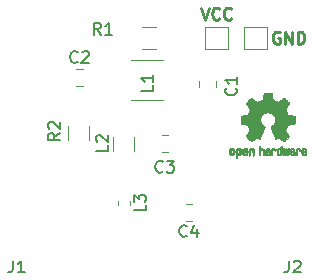
<source format=gbr>
G04 #@! TF.GenerationSoftware,KiCad,Pcbnew,5.0.1*
G04 #@! TF.CreationDate,2018-12-22T16:12:05+01:00*
G04 #@! TF.ProjectId,BiasT,42696173542E6B696361645F70636200,rev?*
G04 #@! TF.SameCoordinates,Original*
G04 #@! TF.FileFunction,Legend,Top*
G04 #@! TF.FilePolarity,Positive*
%FSLAX46Y46*%
G04 Gerber Fmt 4.6, Leading zero omitted, Abs format (unit mm)*
G04 Created by KiCad (PCBNEW 5.0.1) date Sat 22 Dec 2018 04:12:05 PM CET*
%MOMM*%
%LPD*%
G01*
G04 APERTURE LIST*
%ADD10C,0.250000*%
%ADD11C,0.120000*%
%ADD12C,0.010000*%
%ADD13C,0.150000*%
G04 APERTURE END LIST*
D10*
X155448095Y-71890000D02*
X155352857Y-71842380D01*
X155210000Y-71842380D01*
X155067142Y-71890000D01*
X154971904Y-71985238D01*
X154924285Y-72080476D01*
X154876666Y-72270952D01*
X154876666Y-72413809D01*
X154924285Y-72604285D01*
X154971904Y-72699523D01*
X155067142Y-72794761D01*
X155210000Y-72842380D01*
X155305238Y-72842380D01*
X155448095Y-72794761D01*
X155495714Y-72747142D01*
X155495714Y-72413809D01*
X155305238Y-72413809D01*
X155924285Y-72842380D02*
X155924285Y-71842380D01*
X156495714Y-72842380D01*
X156495714Y-71842380D01*
X156971904Y-72842380D02*
X156971904Y-71842380D01*
X157210000Y-71842380D01*
X157352857Y-71890000D01*
X157448095Y-71985238D01*
X157495714Y-72080476D01*
X157543333Y-72270952D01*
X157543333Y-72413809D01*
X157495714Y-72604285D01*
X157448095Y-72699523D01*
X157352857Y-72794761D01*
X157210000Y-72842380D01*
X156971904Y-72842380D01*
X148780666Y-69810380D02*
X149114000Y-70810380D01*
X149447333Y-69810380D01*
X150352095Y-70715142D02*
X150304476Y-70762761D01*
X150161619Y-70810380D01*
X150066380Y-70810380D01*
X149923523Y-70762761D01*
X149828285Y-70667523D01*
X149780666Y-70572285D01*
X149733047Y-70381809D01*
X149733047Y-70238952D01*
X149780666Y-70048476D01*
X149828285Y-69953238D01*
X149923523Y-69858000D01*
X150066380Y-69810380D01*
X150161619Y-69810380D01*
X150304476Y-69858000D01*
X150352095Y-69905619D01*
X151352095Y-70715142D02*
X151304476Y-70762761D01*
X151161619Y-70810380D01*
X151066380Y-70810380D01*
X150923523Y-70762761D01*
X150828285Y-70667523D01*
X150780666Y-70572285D01*
X150733047Y-70381809D01*
X150733047Y-70238952D01*
X150780666Y-70048476D01*
X150828285Y-69953238D01*
X150923523Y-69858000D01*
X151066380Y-69810380D01*
X151161619Y-69810380D01*
X151304476Y-69858000D01*
X151352095Y-69905619D01*
D11*
G04 #@! TO.C,C1*
X150062000Y-76537078D02*
X150062000Y-76019922D01*
X148642000Y-76537078D02*
X148642000Y-76019922D01*
G04 #@! TO.C,C2*
X138249922Y-74982000D02*
X138767078Y-74982000D01*
X138249922Y-76402000D02*
X138767078Y-76402000D01*
G04 #@! TO.C,C3*
X145976078Y-80570000D02*
X145458922Y-80570000D01*
X145976078Y-81990000D02*
X145458922Y-81990000D01*
G04 #@! TO.C,C4*
X148008078Y-87832000D02*
X147490922Y-87832000D01*
X148008078Y-86412000D02*
X147490922Y-86412000D01*
G04 #@! TO.C,L2*
X143150000Y-80714436D02*
X143150000Y-81918564D01*
X141330000Y-80714436D02*
X141330000Y-81918564D01*
G04 #@! TO.C,R1*
X144998064Y-71480000D02*
X143793936Y-71480000D01*
X144998064Y-73300000D02*
X143793936Y-73300000D01*
G04 #@! TO.C,R2*
X139340000Y-79785936D02*
X139340000Y-80990064D01*
X137520000Y-79785936D02*
X137520000Y-80990064D01*
G04 #@! TO.C,TP1*
X149164000Y-73340000D02*
X149164000Y-71440000D01*
X151064000Y-73340000D02*
X149164000Y-73340000D01*
X151064000Y-71440000D02*
X151064000Y-73340000D01*
X149164000Y-71440000D02*
X151064000Y-71440000D01*
G04 #@! TO.C,TP2*
X152466000Y-71440000D02*
X154366000Y-71440000D01*
X154366000Y-71440000D02*
X154366000Y-73340000D01*
X154366000Y-73340000D02*
X152466000Y-73340000D01*
X152466000Y-73340000D02*
X152466000Y-71440000D01*
G04 #@! TO.C,L1*
X145597252Y-77656000D02*
X142824748Y-77656000D01*
X145597252Y-74236000D02*
X142824748Y-74236000D01*
G04 #@! TO.C,L3*
X142750000Y-86171721D02*
X142750000Y-86497279D01*
X141730000Y-86171721D02*
X141730000Y-86497279D01*
D12*
G04 #@! TO.C,REF\002A\002A*
G36*
X154535910Y-76998348D02*
X154614454Y-76998778D01*
X154671298Y-76999942D01*
X154710105Y-77002207D01*
X154734538Y-77005940D01*
X154748262Y-77011506D01*
X154754940Y-77019273D01*
X154758236Y-77029605D01*
X154758556Y-77030943D01*
X154763562Y-77055079D01*
X154772829Y-77102701D01*
X154785392Y-77168741D01*
X154800287Y-77248128D01*
X154816551Y-77335796D01*
X154817119Y-77338875D01*
X154833410Y-77424789D01*
X154848652Y-77500696D01*
X154861861Y-77562045D01*
X154872054Y-77604282D01*
X154878248Y-77622855D01*
X154878543Y-77623184D01*
X154896788Y-77632253D01*
X154934405Y-77647367D01*
X154983271Y-77665262D01*
X154983543Y-77665358D01*
X155045093Y-77688493D01*
X155117657Y-77717965D01*
X155186057Y-77747597D01*
X155189294Y-77749062D01*
X155300702Y-77799626D01*
X155547399Y-77631160D01*
X155623077Y-77579803D01*
X155691631Y-77533889D01*
X155749088Y-77496030D01*
X155791476Y-77468837D01*
X155814825Y-77454921D01*
X155817042Y-77453889D01*
X155834010Y-77458484D01*
X155865701Y-77480655D01*
X155913352Y-77521447D01*
X155978198Y-77581905D01*
X156044397Y-77646227D01*
X156108214Y-77709612D01*
X156165329Y-77767451D01*
X156212305Y-77816175D01*
X156245703Y-77852210D01*
X156262085Y-77871984D01*
X156262694Y-77873002D01*
X156264505Y-77886572D01*
X156257683Y-77908733D01*
X156240540Y-77942478D01*
X156211393Y-77990800D01*
X156168555Y-78056692D01*
X156111448Y-78141517D01*
X156060766Y-78216177D01*
X156015461Y-78283140D01*
X155978150Y-78338516D01*
X155951452Y-78378420D01*
X155937985Y-78398962D01*
X155937137Y-78400356D01*
X155938781Y-78420038D01*
X155951245Y-78458293D01*
X155972048Y-78507889D01*
X155979462Y-78523728D01*
X156011814Y-78594290D01*
X156046328Y-78674353D01*
X156074365Y-78743629D01*
X156094568Y-78795045D01*
X156110615Y-78834119D01*
X156119888Y-78854541D01*
X156121041Y-78856114D01*
X156138096Y-78858721D01*
X156178298Y-78865863D01*
X156236302Y-78876523D01*
X156306763Y-78889685D01*
X156384335Y-78904333D01*
X156463672Y-78919449D01*
X156539431Y-78934018D01*
X156606264Y-78947022D01*
X156658828Y-78957445D01*
X156691776Y-78964270D01*
X156699857Y-78966199D01*
X156708205Y-78970962D01*
X156714506Y-78981718D01*
X156719045Y-79002098D01*
X156722104Y-79035734D01*
X156723967Y-79086255D01*
X156724918Y-79157292D01*
X156725240Y-79252476D01*
X156725257Y-79291492D01*
X156725257Y-79608799D01*
X156649057Y-79623839D01*
X156606663Y-79631995D01*
X156543400Y-79643899D01*
X156466962Y-79658116D01*
X156385043Y-79673210D01*
X156362400Y-79677355D01*
X156286806Y-79692053D01*
X156220953Y-79706505D01*
X156170366Y-79719375D01*
X156140574Y-79729322D01*
X156135612Y-79732287D01*
X156123426Y-79753283D01*
X156105953Y-79793967D01*
X156086577Y-79846322D01*
X156082734Y-79857600D01*
X156057339Y-79927523D01*
X156025817Y-80006418D01*
X155994969Y-80077266D01*
X155994817Y-80077595D01*
X155943447Y-80188733D01*
X156112399Y-80437253D01*
X156281352Y-80685772D01*
X156064429Y-80903058D01*
X155998819Y-80967726D01*
X155938979Y-81024733D01*
X155888267Y-81071033D01*
X155850046Y-81103584D01*
X155827675Y-81119343D01*
X155824466Y-81120343D01*
X155805626Y-81112469D01*
X155767180Y-81090578D01*
X155713330Y-81057267D01*
X155648276Y-81015131D01*
X155577940Y-80967943D01*
X155506555Y-80919810D01*
X155442908Y-80877928D01*
X155391041Y-80844871D01*
X155354995Y-80823218D01*
X155338867Y-80815543D01*
X155319189Y-80822037D01*
X155281875Y-80839150D01*
X155234621Y-80863326D01*
X155229612Y-80866013D01*
X155165977Y-80897927D01*
X155122341Y-80913579D01*
X155095202Y-80913745D01*
X155081057Y-80899204D01*
X155080975Y-80899000D01*
X155073905Y-80881779D01*
X155057042Y-80840899D01*
X155031695Y-80779525D01*
X154999171Y-80700819D01*
X154960778Y-80607947D01*
X154917822Y-80504072D01*
X154876222Y-80403502D01*
X154830504Y-80292516D01*
X154788526Y-80189703D01*
X154751548Y-80098215D01*
X154720827Y-80021201D01*
X154697622Y-79961815D01*
X154683190Y-79923209D01*
X154678743Y-79908800D01*
X154689896Y-79892272D01*
X154719069Y-79865930D01*
X154757971Y-79836887D01*
X154868757Y-79745039D01*
X154955351Y-79639759D01*
X155016716Y-79523266D01*
X155051815Y-79397776D01*
X155059608Y-79265507D01*
X155053943Y-79204457D01*
X155023078Y-79077795D01*
X154969920Y-78965941D01*
X154897767Y-78870001D01*
X154809917Y-78791076D01*
X154709665Y-78730270D01*
X154600310Y-78688687D01*
X154485147Y-78667428D01*
X154367475Y-78667599D01*
X154250590Y-78690301D01*
X154137789Y-78736638D01*
X154032369Y-78807713D01*
X153988368Y-78847911D01*
X153903979Y-78951129D01*
X153845222Y-79063925D01*
X153811704Y-79183010D01*
X153803035Y-79305095D01*
X153818823Y-79426893D01*
X153858678Y-79545116D01*
X153922207Y-79656475D01*
X154009021Y-79757684D01*
X154106029Y-79836887D01*
X154146437Y-79867162D01*
X154174982Y-79893219D01*
X154185257Y-79908825D01*
X154179877Y-79925843D01*
X154164575Y-79966500D01*
X154140612Y-80027642D01*
X154109244Y-80106119D01*
X154071732Y-80198780D01*
X154029333Y-80302472D01*
X153987663Y-80403526D01*
X153941690Y-80514607D01*
X153899107Y-80617541D01*
X153861221Y-80709165D01*
X153829340Y-80786316D01*
X153804771Y-80845831D01*
X153788820Y-80884544D01*
X153782910Y-80899000D01*
X153768948Y-80913685D01*
X153741940Y-80913642D01*
X153698413Y-80898099D01*
X153634890Y-80866284D01*
X153634388Y-80866013D01*
X153586560Y-80841323D01*
X153547897Y-80823338D01*
X153526095Y-80815614D01*
X153525133Y-80815543D01*
X153508721Y-80823378D01*
X153472487Y-80845165D01*
X153420474Y-80878328D01*
X153356725Y-80920291D01*
X153286060Y-80967943D01*
X153214116Y-81016191D01*
X153149274Y-81058151D01*
X153095735Y-81091227D01*
X153057697Y-81112821D01*
X153039533Y-81120343D01*
X153022808Y-81110457D01*
X152989180Y-81082826D01*
X152942010Y-81040495D01*
X152884658Y-80986505D01*
X152820484Y-80923899D01*
X152799497Y-80902983D01*
X152582499Y-80685623D01*
X152747668Y-80443220D01*
X152797864Y-80368781D01*
X152841919Y-80301972D01*
X152877362Y-80246665D01*
X152901719Y-80206729D01*
X152912522Y-80186036D01*
X152912838Y-80184563D01*
X152907143Y-80165058D01*
X152891826Y-80125822D01*
X152869537Y-80073430D01*
X152853893Y-80038355D01*
X152824641Y-79971201D01*
X152797094Y-79903358D01*
X152775737Y-79846034D01*
X152769935Y-79828572D01*
X152753452Y-79781938D01*
X152737340Y-79745905D01*
X152728490Y-79732287D01*
X152708960Y-79723952D01*
X152666334Y-79712137D01*
X152606145Y-79698181D01*
X152533922Y-79683422D01*
X152501600Y-79677355D01*
X152419522Y-79662273D01*
X152340795Y-79647669D01*
X152273109Y-79634980D01*
X152224160Y-79625642D01*
X152214943Y-79623839D01*
X152138743Y-79608799D01*
X152138743Y-79291492D01*
X152138914Y-79187154D01*
X152139616Y-79108213D01*
X152141134Y-79051038D01*
X152143749Y-79011999D01*
X152147746Y-78987465D01*
X152153409Y-78973805D01*
X152161020Y-78967389D01*
X152164143Y-78966199D01*
X152182978Y-78961980D01*
X152224588Y-78953562D01*
X152283630Y-78941961D01*
X152354757Y-78928195D01*
X152432625Y-78913280D01*
X152511887Y-78898232D01*
X152587198Y-78884069D01*
X152653213Y-78871806D01*
X152704587Y-78862461D01*
X152735975Y-78857050D01*
X152742959Y-78856114D01*
X152749285Y-78843596D01*
X152763290Y-78810246D01*
X152782355Y-78762377D01*
X152789634Y-78743629D01*
X152818996Y-78671195D01*
X152853571Y-78591170D01*
X152884537Y-78523728D01*
X152907323Y-78472159D01*
X152922482Y-78429785D01*
X152927542Y-78403834D01*
X152926736Y-78400356D01*
X152916041Y-78383936D01*
X152891620Y-78347417D01*
X152856095Y-78294687D01*
X152812087Y-78229635D01*
X152762217Y-78156151D01*
X152752356Y-78141645D01*
X152694492Y-78055704D01*
X152651956Y-77990261D01*
X152623054Y-77942304D01*
X152606090Y-77908820D01*
X152599367Y-77886795D01*
X152601190Y-77873217D01*
X152601236Y-77873131D01*
X152615586Y-77855297D01*
X152647323Y-77820817D01*
X152693010Y-77773268D01*
X152749204Y-77716222D01*
X152812468Y-77653255D01*
X152819602Y-77646227D01*
X152899330Y-77569020D01*
X152960857Y-77512330D01*
X153005421Y-77475110D01*
X153034257Y-77456315D01*
X153046958Y-77453889D01*
X153065494Y-77464471D01*
X153103961Y-77488916D01*
X153158386Y-77524612D01*
X153224798Y-77568947D01*
X153299225Y-77619311D01*
X153316601Y-77631160D01*
X153563297Y-77799626D01*
X153674706Y-77749062D01*
X153742457Y-77719595D01*
X153815183Y-77689959D01*
X153877703Y-77666330D01*
X153880457Y-77665358D01*
X153929360Y-77647457D01*
X153967057Y-77632320D01*
X153985425Y-77623210D01*
X153985456Y-77623184D01*
X153991285Y-77606717D01*
X154001192Y-77566219D01*
X154014195Y-77506242D01*
X154029309Y-77431340D01*
X154045552Y-77346064D01*
X154046881Y-77338875D01*
X154063175Y-77251014D01*
X154078133Y-77171260D01*
X154090791Y-77104681D01*
X154100186Y-77056347D01*
X154105354Y-77031325D01*
X154105444Y-77030943D01*
X154108589Y-77020299D01*
X154114704Y-77012262D01*
X154127453Y-77006467D01*
X154150500Y-77002547D01*
X154187509Y-77000135D01*
X154242144Y-76998865D01*
X154318067Y-76998371D01*
X154418944Y-76998286D01*
X154432000Y-76998286D01*
X154535910Y-76998348D01*
X154535910Y-76998348D01*
G37*
X154535910Y-76998348D02*
X154614454Y-76998778D01*
X154671298Y-76999942D01*
X154710105Y-77002207D01*
X154734538Y-77005940D01*
X154748262Y-77011506D01*
X154754940Y-77019273D01*
X154758236Y-77029605D01*
X154758556Y-77030943D01*
X154763562Y-77055079D01*
X154772829Y-77102701D01*
X154785392Y-77168741D01*
X154800287Y-77248128D01*
X154816551Y-77335796D01*
X154817119Y-77338875D01*
X154833410Y-77424789D01*
X154848652Y-77500696D01*
X154861861Y-77562045D01*
X154872054Y-77604282D01*
X154878248Y-77622855D01*
X154878543Y-77623184D01*
X154896788Y-77632253D01*
X154934405Y-77647367D01*
X154983271Y-77665262D01*
X154983543Y-77665358D01*
X155045093Y-77688493D01*
X155117657Y-77717965D01*
X155186057Y-77747597D01*
X155189294Y-77749062D01*
X155300702Y-77799626D01*
X155547399Y-77631160D01*
X155623077Y-77579803D01*
X155691631Y-77533889D01*
X155749088Y-77496030D01*
X155791476Y-77468837D01*
X155814825Y-77454921D01*
X155817042Y-77453889D01*
X155834010Y-77458484D01*
X155865701Y-77480655D01*
X155913352Y-77521447D01*
X155978198Y-77581905D01*
X156044397Y-77646227D01*
X156108214Y-77709612D01*
X156165329Y-77767451D01*
X156212305Y-77816175D01*
X156245703Y-77852210D01*
X156262085Y-77871984D01*
X156262694Y-77873002D01*
X156264505Y-77886572D01*
X156257683Y-77908733D01*
X156240540Y-77942478D01*
X156211393Y-77990800D01*
X156168555Y-78056692D01*
X156111448Y-78141517D01*
X156060766Y-78216177D01*
X156015461Y-78283140D01*
X155978150Y-78338516D01*
X155951452Y-78378420D01*
X155937985Y-78398962D01*
X155937137Y-78400356D01*
X155938781Y-78420038D01*
X155951245Y-78458293D01*
X155972048Y-78507889D01*
X155979462Y-78523728D01*
X156011814Y-78594290D01*
X156046328Y-78674353D01*
X156074365Y-78743629D01*
X156094568Y-78795045D01*
X156110615Y-78834119D01*
X156119888Y-78854541D01*
X156121041Y-78856114D01*
X156138096Y-78858721D01*
X156178298Y-78865863D01*
X156236302Y-78876523D01*
X156306763Y-78889685D01*
X156384335Y-78904333D01*
X156463672Y-78919449D01*
X156539431Y-78934018D01*
X156606264Y-78947022D01*
X156658828Y-78957445D01*
X156691776Y-78964270D01*
X156699857Y-78966199D01*
X156708205Y-78970962D01*
X156714506Y-78981718D01*
X156719045Y-79002098D01*
X156722104Y-79035734D01*
X156723967Y-79086255D01*
X156724918Y-79157292D01*
X156725240Y-79252476D01*
X156725257Y-79291492D01*
X156725257Y-79608799D01*
X156649057Y-79623839D01*
X156606663Y-79631995D01*
X156543400Y-79643899D01*
X156466962Y-79658116D01*
X156385043Y-79673210D01*
X156362400Y-79677355D01*
X156286806Y-79692053D01*
X156220953Y-79706505D01*
X156170366Y-79719375D01*
X156140574Y-79729322D01*
X156135612Y-79732287D01*
X156123426Y-79753283D01*
X156105953Y-79793967D01*
X156086577Y-79846322D01*
X156082734Y-79857600D01*
X156057339Y-79927523D01*
X156025817Y-80006418D01*
X155994969Y-80077266D01*
X155994817Y-80077595D01*
X155943447Y-80188733D01*
X156112399Y-80437253D01*
X156281352Y-80685772D01*
X156064429Y-80903058D01*
X155998819Y-80967726D01*
X155938979Y-81024733D01*
X155888267Y-81071033D01*
X155850046Y-81103584D01*
X155827675Y-81119343D01*
X155824466Y-81120343D01*
X155805626Y-81112469D01*
X155767180Y-81090578D01*
X155713330Y-81057267D01*
X155648276Y-81015131D01*
X155577940Y-80967943D01*
X155506555Y-80919810D01*
X155442908Y-80877928D01*
X155391041Y-80844871D01*
X155354995Y-80823218D01*
X155338867Y-80815543D01*
X155319189Y-80822037D01*
X155281875Y-80839150D01*
X155234621Y-80863326D01*
X155229612Y-80866013D01*
X155165977Y-80897927D01*
X155122341Y-80913579D01*
X155095202Y-80913745D01*
X155081057Y-80899204D01*
X155080975Y-80899000D01*
X155073905Y-80881779D01*
X155057042Y-80840899D01*
X155031695Y-80779525D01*
X154999171Y-80700819D01*
X154960778Y-80607947D01*
X154917822Y-80504072D01*
X154876222Y-80403502D01*
X154830504Y-80292516D01*
X154788526Y-80189703D01*
X154751548Y-80098215D01*
X154720827Y-80021201D01*
X154697622Y-79961815D01*
X154683190Y-79923209D01*
X154678743Y-79908800D01*
X154689896Y-79892272D01*
X154719069Y-79865930D01*
X154757971Y-79836887D01*
X154868757Y-79745039D01*
X154955351Y-79639759D01*
X155016716Y-79523266D01*
X155051815Y-79397776D01*
X155059608Y-79265507D01*
X155053943Y-79204457D01*
X155023078Y-79077795D01*
X154969920Y-78965941D01*
X154897767Y-78870001D01*
X154809917Y-78791076D01*
X154709665Y-78730270D01*
X154600310Y-78688687D01*
X154485147Y-78667428D01*
X154367475Y-78667599D01*
X154250590Y-78690301D01*
X154137789Y-78736638D01*
X154032369Y-78807713D01*
X153988368Y-78847911D01*
X153903979Y-78951129D01*
X153845222Y-79063925D01*
X153811704Y-79183010D01*
X153803035Y-79305095D01*
X153818823Y-79426893D01*
X153858678Y-79545116D01*
X153922207Y-79656475D01*
X154009021Y-79757684D01*
X154106029Y-79836887D01*
X154146437Y-79867162D01*
X154174982Y-79893219D01*
X154185257Y-79908825D01*
X154179877Y-79925843D01*
X154164575Y-79966500D01*
X154140612Y-80027642D01*
X154109244Y-80106119D01*
X154071732Y-80198780D01*
X154029333Y-80302472D01*
X153987663Y-80403526D01*
X153941690Y-80514607D01*
X153899107Y-80617541D01*
X153861221Y-80709165D01*
X153829340Y-80786316D01*
X153804771Y-80845831D01*
X153788820Y-80884544D01*
X153782910Y-80899000D01*
X153768948Y-80913685D01*
X153741940Y-80913642D01*
X153698413Y-80898099D01*
X153634890Y-80866284D01*
X153634388Y-80866013D01*
X153586560Y-80841323D01*
X153547897Y-80823338D01*
X153526095Y-80815614D01*
X153525133Y-80815543D01*
X153508721Y-80823378D01*
X153472487Y-80845165D01*
X153420474Y-80878328D01*
X153356725Y-80920291D01*
X153286060Y-80967943D01*
X153214116Y-81016191D01*
X153149274Y-81058151D01*
X153095735Y-81091227D01*
X153057697Y-81112821D01*
X153039533Y-81120343D01*
X153022808Y-81110457D01*
X152989180Y-81082826D01*
X152942010Y-81040495D01*
X152884658Y-80986505D01*
X152820484Y-80923899D01*
X152799497Y-80902983D01*
X152582499Y-80685623D01*
X152747668Y-80443220D01*
X152797864Y-80368781D01*
X152841919Y-80301972D01*
X152877362Y-80246665D01*
X152901719Y-80206729D01*
X152912522Y-80186036D01*
X152912838Y-80184563D01*
X152907143Y-80165058D01*
X152891826Y-80125822D01*
X152869537Y-80073430D01*
X152853893Y-80038355D01*
X152824641Y-79971201D01*
X152797094Y-79903358D01*
X152775737Y-79846034D01*
X152769935Y-79828572D01*
X152753452Y-79781938D01*
X152737340Y-79745905D01*
X152728490Y-79732287D01*
X152708960Y-79723952D01*
X152666334Y-79712137D01*
X152606145Y-79698181D01*
X152533922Y-79683422D01*
X152501600Y-79677355D01*
X152419522Y-79662273D01*
X152340795Y-79647669D01*
X152273109Y-79634980D01*
X152224160Y-79625642D01*
X152214943Y-79623839D01*
X152138743Y-79608799D01*
X152138743Y-79291492D01*
X152138914Y-79187154D01*
X152139616Y-79108213D01*
X152141134Y-79051038D01*
X152143749Y-79011999D01*
X152147746Y-78987465D01*
X152153409Y-78973805D01*
X152161020Y-78967389D01*
X152164143Y-78966199D01*
X152182978Y-78961980D01*
X152224588Y-78953562D01*
X152283630Y-78941961D01*
X152354757Y-78928195D01*
X152432625Y-78913280D01*
X152511887Y-78898232D01*
X152587198Y-78884069D01*
X152653213Y-78871806D01*
X152704587Y-78862461D01*
X152735975Y-78857050D01*
X152742959Y-78856114D01*
X152749285Y-78843596D01*
X152763290Y-78810246D01*
X152782355Y-78762377D01*
X152789634Y-78743629D01*
X152818996Y-78671195D01*
X152853571Y-78591170D01*
X152884537Y-78523728D01*
X152907323Y-78472159D01*
X152922482Y-78429785D01*
X152927542Y-78403834D01*
X152926736Y-78400356D01*
X152916041Y-78383936D01*
X152891620Y-78347417D01*
X152856095Y-78294687D01*
X152812087Y-78229635D01*
X152762217Y-78156151D01*
X152752356Y-78141645D01*
X152694492Y-78055704D01*
X152651956Y-77990261D01*
X152623054Y-77942304D01*
X152606090Y-77908820D01*
X152599367Y-77886795D01*
X152601190Y-77873217D01*
X152601236Y-77873131D01*
X152615586Y-77855297D01*
X152647323Y-77820817D01*
X152693010Y-77773268D01*
X152749204Y-77716222D01*
X152812468Y-77653255D01*
X152819602Y-77646227D01*
X152899330Y-77569020D01*
X152960857Y-77512330D01*
X153005421Y-77475110D01*
X153034257Y-77456315D01*
X153046958Y-77453889D01*
X153065494Y-77464471D01*
X153103961Y-77488916D01*
X153158386Y-77524612D01*
X153224798Y-77568947D01*
X153299225Y-77619311D01*
X153316601Y-77631160D01*
X153563297Y-77799626D01*
X153674706Y-77749062D01*
X153742457Y-77719595D01*
X153815183Y-77689959D01*
X153877703Y-77666330D01*
X153880457Y-77665358D01*
X153929360Y-77647457D01*
X153967057Y-77632320D01*
X153985425Y-77623210D01*
X153985456Y-77623184D01*
X153991285Y-77606717D01*
X154001192Y-77566219D01*
X154014195Y-77506242D01*
X154029309Y-77431340D01*
X154045552Y-77346064D01*
X154046881Y-77338875D01*
X154063175Y-77251014D01*
X154078133Y-77171260D01*
X154090791Y-77104681D01*
X154100186Y-77056347D01*
X154105354Y-77031325D01*
X154105444Y-77030943D01*
X154108589Y-77020299D01*
X154114704Y-77012262D01*
X154127453Y-77006467D01*
X154150500Y-77002547D01*
X154187509Y-77000135D01*
X154242144Y-76998865D01*
X154318067Y-76998371D01*
X154418944Y-76998286D01*
X154432000Y-76998286D01*
X154535910Y-76998348D01*
G36*
X157585595Y-81722966D02*
X157643021Y-81760497D01*
X157670719Y-81794096D01*
X157692662Y-81855064D01*
X157694405Y-81903308D01*
X157690457Y-81967816D01*
X157541686Y-82032934D01*
X157469349Y-82066202D01*
X157422084Y-82092964D01*
X157397507Y-82116144D01*
X157393237Y-82138667D01*
X157406889Y-82163455D01*
X157421943Y-82179886D01*
X157465746Y-82206235D01*
X157513389Y-82208081D01*
X157557145Y-82187546D01*
X157589289Y-82146752D01*
X157595038Y-82132347D01*
X157622576Y-82087356D01*
X157654258Y-82068182D01*
X157697714Y-82051779D01*
X157697714Y-82113966D01*
X157693872Y-82156283D01*
X157678823Y-82191969D01*
X157647280Y-82232943D01*
X157642592Y-82238267D01*
X157607506Y-82274720D01*
X157577347Y-82294283D01*
X157539615Y-82303283D01*
X157508335Y-82306230D01*
X157452385Y-82306965D01*
X157412555Y-82297660D01*
X157387708Y-82283846D01*
X157348656Y-82253467D01*
X157321625Y-82220613D01*
X157304517Y-82179294D01*
X157295238Y-82123521D01*
X157291693Y-82047305D01*
X157291410Y-82008622D01*
X157292372Y-81962247D01*
X157380007Y-81962247D01*
X157381023Y-81987126D01*
X157383556Y-81991200D01*
X157400274Y-81985665D01*
X157436249Y-81971017D01*
X157484331Y-81950190D01*
X157494386Y-81945714D01*
X157555152Y-81914814D01*
X157588632Y-81887657D01*
X157595990Y-81862220D01*
X157578391Y-81836481D01*
X157563856Y-81825109D01*
X157511410Y-81802364D01*
X157462322Y-81806122D01*
X157421227Y-81833884D01*
X157392758Y-81883152D01*
X157383631Y-81922257D01*
X157380007Y-81962247D01*
X157292372Y-81962247D01*
X157293285Y-81918249D01*
X157300196Y-81851384D01*
X157313884Y-81802695D01*
X157336096Y-81766849D01*
X157368574Y-81738513D01*
X157382733Y-81729355D01*
X157447053Y-81705507D01*
X157517473Y-81704006D01*
X157585595Y-81722966D01*
X157585595Y-81722966D01*
G37*
X157585595Y-81722966D02*
X157643021Y-81760497D01*
X157670719Y-81794096D01*
X157692662Y-81855064D01*
X157694405Y-81903308D01*
X157690457Y-81967816D01*
X157541686Y-82032934D01*
X157469349Y-82066202D01*
X157422084Y-82092964D01*
X157397507Y-82116144D01*
X157393237Y-82138667D01*
X157406889Y-82163455D01*
X157421943Y-82179886D01*
X157465746Y-82206235D01*
X157513389Y-82208081D01*
X157557145Y-82187546D01*
X157589289Y-82146752D01*
X157595038Y-82132347D01*
X157622576Y-82087356D01*
X157654258Y-82068182D01*
X157697714Y-82051779D01*
X157697714Y-82113966D01*
X157693872Y-82156283D01*
X157678823Y-82191969D01*
X157647280Y-82232943D01*
X157642592Y-82238267D01*
X157607506Y-82274720D01*
X157577347Y-82294283D01*
X157539615Y-82303283D01*
X157508335Y-82306230D01*
X157452385Y-82306965D01*
X157412555Y-82297660D01*
X157387708Y-82283846D01*
X157348656Y-82253467D01*
X157321625Y-82220613D01*
X157304517Y-82179294D01*
X157295238Y-82123521D01*
X157291693Y-82047305D01*
X157291410Y-82008622D01*
X157292372Y-81962247D01*
X157380007Y-81962247D01*
X157381023Y-81987126D01*
X157383556Y-81991200D01*
X157400274Y-81985665D01*
X157436249Y-81971017D01*
X157484331Y-81950190D01*
X157494386Y-81945714D01*
X157555152Y-81914814D01*
X157588632Y-81887657D01*
X157595990Y-81862220D01*
X157578391Y-81836481D01*
X157563856Y-81825109D01*
X157511410Y-81802364D01*
X157462322Y-81806122D01*
X157421227Y-81833884D01*
X157392758Y-81883152D01*
X157383631Y-81922257D01*
X157380007Y-81962247D01*
X157292372Y-81962247D01*
X157293285Y-81918249D01*
X157300196Y-81851384D01*
X157313884Y-81802695D01*
X157336096Y-81766849D01*
X157368574Y-81738513D01*
X157382733Y-81729355D01*
X157447053Y-81705507D01*
X157517473Y-81704006D01*
X157585595Y-81722966D01*
G36*
X157084600Y-81714752D02*
X157101948Y-81722334D01*
X157143356Y-81755128D01*
X157178765Y-81802547D01*
X157200664Y-81853151D01*
X157204229Y-81878098D01*
X157192279Y-81912927D01*
X157166067Y-81931357D01*
X157137964Y-81942516D01*
X157125095Y-81944572D01*
X157118829Y-81929649D01*
X157106456Y-81897175D01*
X157101028Y-81882502D01*
X157070590Y-81831744D01*
X157026520Y-81806427D01*
X156970010Y-81807206D01*
X156965825Y-81808203D01*
X156935655Y-81822507D01*
X156913476Y-81850393D01*
X156898327Y-81895287D01*
X156889250Y-81960615D01*
X156885286Y-82049804D01*
X156884914Y-82097261D01*
X156884730Y-82172071D01*
X156883522Y-82223069D01*
X156880309Y-82255471D01*
X156874109Y-82274495D01*
X156863940Y-82285356D01*
X156848819Y-82293272D01*
X156847946Y-82293670D01*
X156818828Y-82305981D01*
X156804403Y-82310514D01*
X156802186Y-82296809D01*
X156800289Y-82258925D01*
X156798847Y-82201715D01*
X156797998Y-82130027D01*
X156797829Y-82077565D01*
X156798692Y-81976047D01*
X156802070Y-81899032D01*
X156809142Y-81842023D01*
X156821088Y-81800526D01*
X156839090Y-81770043D01*
X156864327Y-81746080D01*
X156889247Y-81729355D01*
X156949171Y-81707097D01*
X157018911Y-81702076D01*
X157084600Y-81714752D01*
X157084600Y-81714752D01*
G37*
X157084600Y-81714752D02*
X157101948Y-81722334D01*
X157143356Y-81755128D01*
X157178765Y-81802547D01*
X157200664Y-81853151D01*
X157204229Y-81878098D01*
X157192279Y-81912927D01*
X157166067Y-81931357D01*
X157137964Y-81942516D01*
X157125095Y-81944572D01*
X157118829Y-81929649D01*
X157106456Y-81897175D01*
X157101028Y-81882502D01*
X157070590Y-81831744D01*
X157026520Y-81806427D01*
X156970010Y-81807206D01*
X156965825Y-81808203D01*
X156935655Y-81822507D01*
X156913476Y-81850393D01*
X156898327Y-81895287D01*
X156889250Y-81960615D01*
X156885286Y-82049804D01*
X156884914Y-82097261D01*
X156884730Y-82172071D01*
X156883522Y-82223069D01*
X156880309Y-82255471D01*
X156874109Y-82274495D01*
X156863940Y-82285356D01*
X156848819Y-82293272D01*
X156847946Y-82293670D01*
X156818828Y-82305981D01*
X156804403Y-82310514D01*
X156802186Y-82296809D01*
X156800289Y-82258925D01*
X156798847Y-82201715D01*
X156797998Y-82130027D01*
X156797829Y-82077565D01*
X156798692Y-81976047D01*
X156802070Y-81899032D01*
X156809142Y-81842023D01*
X156821088Y-81800526D01*
X156839090Y-81770043D01*
X156864327Y-81746080D01*
X156889247Y-81729355D01*
X156949171Y-81707097D01*
X157018911Y-81702076D01*
X157084600Y-81714752D01*
G36*
X156576876Y-81712335D02*
X156618667Y-81731344D01*
X156651469Y-81754378D01*
X156675503Y-81780133D01*
X156692097Y-81813358D01*
X156702577Y-81858800D01*
X156708271Y-81921207D01*
X156710507Y-82005327D01*
X156710743Y-82060721D01*
X156710743Y-82276826D01*
X156673774Y-82293670D01*
X156644656Y-82305981D01*
X156630231Y-82310514D01*
X156627472Y-82297025D01*
X156625282Y-82260653D01*
X156623942Y-82207542D01*
X156623657Y-82165372D01*
X156622434Y-82104447D01*
X156619136Y-82056115D01*
X156614321Y-82026518D01*
X156610496Y-82020229D01*
X156584783Y-82026652D01*
X156544418Y-82043125D01*
X156497679Y-82065458D01*
X156452845Y-82089457D01*
X156418193Y-82110930D01*
X156402002Y-82125685D01*
X156401938Y-82125845D01*
X156403330Y-82153152D01*
X156415818Y-82179219D01*
X156437743Y-82200392D01*
X156469743Y-82207474D01*
X156497092Y-82206649D01*
X156535826Y-82206042D01*
X156556158Y-82215116D01*
X156568369Y-82239092D01*
X156569909Y-82243613D01*
X156575203Y-82277806D01*
X156561047Y-82298568D01*
X156524148Y-82308462D01*
X156484289Y-82310292D01*
X156412562Y-82296727D01*
X156375432Y-82277355D01*
X156329576Y-82231845D01*
X156305256Y-82175983D01*
X156303073Y-82116957D01*
X156323629Y-82061953D01*
X156354549Y-82027486D01*
X156385420Y-82008189D01*
X156433942Y-81983759D01*
X156490485Y-81958985D01*
X156499910Y-81955199D01*
X156562019Y-81927791D01*
X156597822Y-81903634D01*
X156609337Y-81879619D01*
X156598580Y-81852635D01*
X156580114Y-81831543D01*
X156536469Y-81805572D01*
X156488446Y-81803624D01*
X156444406Y-81823637D01*
X156412709Y-81863551D01*
X156408549Y-81873848D01*
X156384327Y-81911724D01*
X156348965Y-81939842D01*
X156304343Y-81962917D01*
X156304343Y-81897485D01*
X156306969Y-81857506D01*
X156318230Y-81825997D01*
X156343199Y-81792378D01*
X156367169Y-81766484D01*
X156404441Y-81729817D01*
X156433401Y-81710121D01*
X156464505Y-81702220D01*
X156499713Y-81700914D01*
X156576876Y-81712335D01*
X156576876Y-81712335D01*
G37*
X156576876Y-81712335D02*
X156618667Y-81731344D01*
X156651469Y-81754378D01*
X156675503Y-81780133D01*
X156692097Y-81813358D01*
X156702577Y-81858800D01*
X156708271Y-81921207D01*
X156710507Y-82005327D01*
X156710743Y-82060721D01*
X156710743Y-82276826D01*
X156673774Y-82293670D01*
X156644656Y-82305981D01*
X156630231Y-82310514D01*
X156627472Y-82297025D01*
X156625282Y-82260653D01*
X156623942Y-82207542D01*
X156623657Y-82165372D01*
X156622434Y-82104447D01*
X156619136Y-82056115D01*
X156614321Y-82026518D01*
X156610496Y-82020229D01*
X156584783Y-82026652D01*
X156544418Y-82043125D01*
X156497679Y-82065458D01*
X156452845Y-82089457D01*
X156418193Y-82110930D01*
X156402002Y-82125685D01*
X156401938Y-82125845D01*
X156403330Y-82153152D01*
X156415818Y-82179219D01*
X156437743Y-82200392D01*
X156469743Y-82207474D01*
X156497092Y-82206649D01*
X156535826Y-82206042D01*
X156556158Y-82215116D01*
X156568369Y-82239092D01*
X156569909Y-82243613D01*
X156575203Y-82277806D01*
X156561047Y-82298568D01*
X156524148Y-82308462D01*
X156484289Y-82310292D01*
X156412562Y-82296727D01*
X156375432Y-82277355D01*
X156329576Y-82231845D01*
X156305256Y-82175983D01*
X156303073Y-82116957D01*
X156323629Y-82061953D01*
X156354549Y-82027486D01*
X156385420Y-82008189D01*
X156433942Y-81983759D01*
X156490485Y-81958985D01*
X156499910Y-81955199D01*
X156562019Y-81927791D01*
X156597822Y-81903634D01*
X156609337Y-81879619D01*
X156598580Y-81852635D01*
X156580114Y-81831543D01*
X156536469Y-81805572D01*
X156488446Y-81803624D01*
X156444406Y-81823637D01*
X156412709Y-81863551D01*
X156408549Y-81873848D01*
X156384327Y-81911724D01*
X156348965Y-81939842D01*
X156304343Y-81962917D01*
X156304343Y-81897485D01*
X156306969Y-81857506D01*
X156318230Y-81825997D01*
X156343199Y-81792378D01*
X156367169Y-81766484D01*
X156404441Y-81729817D01*
X156433401Y-81710121D01*
X156464505Y-81702220D01*
X156499713Y-81700914D01*
X156576876Y-81712335D01*
G36*
X156211833Y-81714663D02*
X156214048Y-81752850D01*
X156215784Y-81810886D01*
X156216899Y-81884180D01*
X156217257Y-81961055D01*
X156217257Y-82221196D01*
X156171326Y-82267127D01*
X156139675Y-82295429D01*
X156111890Y-82306893D01*
X156073915Y-82306168D01*
X156058840Y-82304321D01*
X156011726Y-82298948D01*
X155972756Y-82295869D01*
X155963257Y-82295585D01*
X155931233Y-82297445D01*
X155885432Y-82302114D01*
X155867674Y-82304321D01*
X155824057Y-82307735D01*
X155794745Y-82300320D01*
X155765680Y-82277427D01*
X155755188Y-82267127D01*
X155709257Y-82221196D01*
X155709257Y-81734602D01*
X155746226Y-81717758D01*
X155778059Y-81705282D01*
X155796683Y-81700914D01*
X155801458Y-81714718D01*
X155805921Y-81753286D01*
X155809775Y-81812356D01*
X155812722Y-81887663D01*
X155814143Y-81951286D01*
X155818114Y-82201657D01*
X155852759Y-82206556D01*
X155884268Y-82203131D01*
X155899708Y-82192041D01*
X155904023Y-82171308D01*
X155907708Y-82127145D01*
X155910469Y-82065146D01*
X155912012Y-81990909D01*
X155912235Y-81952706D01*
X155912457Y-81732783D01*
X155958166Y-81716849D01*
X155990518Y-81706015D01*
X156008115Y-81700962D01*
X156008623Y-81700914D01*
X156010388Y-81714648D01*
X156012329Y-81752730D01*
X156014282Y-81810482D01*
X156016084Y-81883227D01*
X156017343Y-81951286D01*
X156021314Y-82201657D01*
X156108400Y-82201657D01*
X156112396Y-81973240D01*
X156116392Y-81744822D01*
X156158847Y-81722868D01*
X156190192Y-81707793D01*
X156208744Y-81700951D01*
X156209279Y-81700914D01*
X156211833Y-81714663D01*
X156211833Y-81714663D01*
G37*
X156211833Y-81714663D02*
X156214048Y-81752850D01*
X156215784Y-81810886D01*
X156216899Y-81884180D01*
X156217257Y-81961055D01*
X156217257Y-82221196D01*
X156171326Y-82267127D01*
X156139675Y-82295429D01*
X156111890Y-82306893D01*
X156073915Y-82306168D01*
X156058840Y-82304321D01*
X156011726Y-82298948D01*
X155972756Y-82295869D01*
X155963257Y-82295585D01*
X155931233Y-82297445D01*
X155885432Y-82302114D01*
X155867674Y-82304321D01*
X155824057Y-82307735D01*
X155794745Y-82300320D01*
X155765680Y-82277427D01*
X155755188Y-82267127D01*
X155709257Y-82221196D01*
X155709257Y-81734602D01*
X155746226Y-81717758D01*
X155778059Y-81705282D01*
X155796683Y-81700914D01*
X155801458Y-81714718D01*
X155805921Y-81753286D01*
X155809775Y-81812356D01*
X155812722Y-81887663D01*
X155814143Y-81951286D01*
X155818114Y-82201657D01*
X155852759Y-82206556D01*
X155884268Y-82203131D01*
X155899708Y-82192041D01*
X155904023Y-82171308D01*
X155907708Y-82127145D01*
X155910469Y-82065146D01*
X155912012Y-81990909D01*
X155912235Y-81952706D01*
X155912457Y-81732783D01*
X155958166Y-81716849D01*
X155990518Y-81706015D01*
X156008115Y-81700962D01*
X156008623Y-81700914D01*
X156010388Y-81714648D01*
X156012329Y-81752730D01*
X156014282Y-81810482D01*
X156016084Y-81883227D01*
X156017343Y-81951286D01*
X156021314Y-82201657D01*
X156108400Y-82201657D01*
X156112396Y-81973240D01*
X156116392Y-81744822D01*
X156158847Y-81722868D01*
X156190192Y-81707793D01*
X156208744Y-81700951D01*
X156209279Y-81700914D01*
X156211833Y-81714663D01*
G36*
X155622117Y-81821358D02*
X155621933Y-81929837D01*
X155621219Y-82013287D01*
X155619675Y-82075704D01*
X155617001Y-82121085D01*
X155612894Y-82153429D01*
X155607055Y-82176733D01*
X155599182Y-82194995D01*
X155593221Y-82205418D01*
X155543855Y-82261945D01*
X155481264Y-82297377D01*
X155412013Y-82310090D01*
X155342668Y-82298463D01*
X155301375Y-82277568D01*
X155258025Y-82241422D01*
X155228481Y-82197276D01*
X155210655Y-82139462D01*
X155202463Y-82062313D01*
X155201302Y-82005714D01*
X155201458Y-82001647D01*
X155302857Y-82001647D01*
X155303476Y-82066550D01*
X155306314Y-82109514D01*
X155312840Y-82137622D01*
X155324523Y-82157953D01*
X155338483Y-82173288D01*
X155385365Y-82202890D01*
X155435701Y-82205419D01*
X155483276Y-82180705D01*
X155486979Y-82177356D01*
X155502783Y-82159935D01*
X155512693Y-82139209D01*
X155518058Y-82108362D01*
X155520228Y-82060577D01*
X155520571Y-82007748D01*
X155519827Y-81941381D01*
X155516748Y-81897106D01*
X155510061Y-81868009D01*
X155498496Y-81847173D01*
X155489013Y-81836107D01*
X155444960Y-81808198D01*
X155394224Y-81804843D01*
X155345796Y-81826159D01*
X155336450Y-81834073D01*
X155320540Y-81851647D01*
X155310610Y-81872587D01*
X155305278Y-81903782D01*
X155303163Y-81952122D01*
X155302857Y-82001647D01*
X155201458Y-82001647D01*
X155204810Y-81914568D01*
X155216726Y-81846086D01*
X155239135Y-81794600D01*
X155274124Y-81754443D01*
X155301375Y-81733861D01*
X155350907Y-81711625D01*
X155408316Y-81701304D01*
X155461682Y-81704067D01*
X155491543Y-81715212D01*
X155503261Y-81718383D01*
X155511037Y-81706557D01*
X155516465Y-81674866D01*
X155520571Y-81626593D01*
X155525067Y-81572829D01*
X155531313Y-81540482D01*
X155542676Y-81521985D01*
X155562528Y-81509770D01*
X155575000Y-81504362D01*
X155622171Y-81484601D01*
X155622117Y-81821358D01*
X155622117Y-81821358D01*
G37*
X155622117Y-81821358D02*
X155621933Y-81929837D01*
X155621219Y-82013287D01*
X155619675Y-82075704D01*
X155617001Y-82121085D01*
X155612894Y-82153429D01*
X155607055Y-82176733D01*
X155599182Y-82194995D01*
X155593221Y-82205418D01*
X155543855Y-82261945D01*
X155481264Y-82297377D01*
X155412013Y-82310090D01*
X155342668Y-82298463D01*
X155301375Y-82277568D01*
X155258025Y-82241422D01*
X155228481Y-82197276D01*
X155210655Y-82139462D01*
X155202463Y-82062313D01*
X155201302Y-82005714D01*
X155201458Y-82001647D01*
X155302857Y-82001647D01*
X155303476Y-82066550D01*
X155306314Y-82109514D01*
X155312840Y-82137622D01*
X155324523Y-82157953D01*
X155338483Y-82173288D01*
X155385365Y-82202890D01*
X155435701Y-82205419D01*
X155483276Y-82180705D01*
X155486979Y-82177356D01*
X155502783Y-82159935D01*
X155512693Y-82139209D01*
X155518058Y-82108362D01*
X155520228Y-82060577D01*
X155520571Y-82007748D01*
X155519827Y-81941381D01*
X155516748Y-81897106D01*
X155510061Y-81868009D01*
X155498496Y-81847173D01*
X155489013Y-81836107D01*
X155444960Y-81808198D01*
X155394224Y-81804843D01*
X155345796Y-81826159D01*
X155336450Y-81834073D01*
X155320540Y-81851647D01*
X155310610Y-81872587D01*
X155305278Y-81903782D01*
X155303163Y-81952122D01*
X155302857Y-82001647D01*
X155201458Y-82001647D01*
X155204810Y-81914568D01*
X155216726Y-81846086D01*
X155239135Y-81794600D01*
X155274124Y-81754443D01*
X155301375Y-81733861D01*
X155350907Y-81711625D01*
X155408316Y-81701304D01*
X155461682Y-81704067D01*
X155491543Y-81715212D01*
X155503261Y-81718383D01*
X155511037Y-81706557D01*
X155516465Y-81674866D01*
X155520571Y-81626593D01*
X155525067Y-81572829D01*
X155531313Y-81540482D01*
X155542676Y-81521985D01*
X155562528Y-81509770D01*
X155575000Y-81504362D01*
X155622171Y-81484601D01*
X155622117Y-81821358D01*
G36*
X154961926Y-81705755D02*
X155027858Y-81730084D01*
X155081273Y-81773117D01*
X155102164Y-81803409D01*
X155124939Y-81858994D01*
X155124466Y-81899186D01*
X155100562Y-81926217D01*
X155091717Y-81930813D01*
X155053530Y-81945144D01*
X155034028Y-81941472D01*
X155027422Y-81917407D01*
X155027086Y-81904114D01*
X155014992Y-81855210D01*
X154983471Y-81820999D01*
X154939659Y-81804476D01*
X154890695Y-81808634D01*
X154850894Y-81830227D01*
X154837450Y-81842544D01*
X154827921Y-81857487D01*
X154821485Y-81880075D01*
X154817317Y-81915328D01*
X154814597Y-81968266D01*
X154812502Y-82043907D01*
X154811960Y-82067857D01*
X154809981Y-82149790D01*
X154807731Y-82207455D01*
X154804357Y-82245608D01*
X154799006Y-82269004D01*
X154790824Y-82282398D01*
X154778959Y-82290545D01*
X154771362Y-82294144D01*
X154739102Y-82306452D01*
X154720111Y-82310514D01*
X154713836Y-82296948D01*
X154710006Y-82255934D01*
X154708600Y-82186999D01*
X154709598Y-82089669D01*
X154709908Y-82074657D01*
X154712101Y-81985859D01*
X154714693Y-81921019D01*
X154718382Y-81875067D01*
X154723864Y-81842935D01*
X154731835Y-81819553D01*
X154742993Y-81799852D01*
X154748830Y-81791410D01*
X154782296Y-81754057D01*
X154819727Y-81725003D01*
X154824309Y-81722467D01*
X154891426Y-81702443D01*
X154961926Y-81705755D01*
X154961926Y-81705755D01*
G37*
X154961926Y-81705755D02*
X155027858Y-81730084D01*
X155081273Y-81773117D01*
X155102164Y-81803409D01*
X155124939Y-81858994D01*
X155124466Y-81899186D01*
X155100562Y-81926217D01*
X155091717Y-81930813D01*
X155053530Y-81945144D01*
X155034028Y-81941472D01*
X155027422Y-81917407D01*
X155027086Y-81904114D01*
X155014992Y-81855210D01*
X154983471Y-81820999D01*
X154939659Y-81804476D01*
X154890695Y-81808634D01*
X154850894Y-81830227D01*
X154837450Y-81842544D01*
X154827921Y-81857487D01*
X154821485Y-81880075D01*
X154817317Y-81915328D01*
X154814597Y-81968266D01*
X154812502Y-82043907D01*
X154811960Y-82067857D01*
X154809981Y-82149790D01*
X154807731Y-82207455D01*
X154804357Y-82245608D01*
X154799006Y-82269004D01*
X154790824Y-82282398D01*
X154778959Y-82290545D01*
X154771362Y-82294144D01*
X154739102Y-82306452D01*
X154720111Y-82310514D01*
X154713836Y-82296948D01*
X154710006Y-82255934D01*
X154708600Y-82186999D01*
X154709598Y-82089669D01*
X154709908Y-82074657D01*
X154712101Y-81985859D01*
X154714693Y-81921019D01*
X154718382Y-81875067D01*
X154723864Y-81842935D01*
X154731835Y-81819553D01*
X154742993Y-81799852D01*
X154748830Y-81791410D01*
X154782296Y-81754057D01*
X154819727Y-81725003D01*
X154824309Y-81722467D01*
X154891426Y-81702443D01*
X154961926Y-81705755D01*
G36*
X154471744Y-81706968D02*
X154528616Y-81728087D01*
X154529267Y-81728493D01*
X154564440Y-81754380D01*
X154590407Y-81784633D01*
X154608670Y-81824058D01*
X154620732Y-81877462D01*
X154628096Y-81949651D01*
X154632264Y-82045432D01*
X154632629Y-82059078D01*
X154637876Y-82264842D01*
X154593716Y-82287678D01*
X154561763Y-82303110D01*
X154542470Y-82310423D01*
X154541578Y-82310514D01*
X154538239Y-82297022D01*
X154535587Y-82260626D01*
X154533956Y-82207452D01*
X154533600Y-82164393D01*
X154533592Y-82094641D01*
X154530403Y-82050837D01*
X154519288Y-82029944D01*
X154495501Y-82028925D01*
X154454296Y-82044741D01*
X154392086Y-82073815D01*
X154346341Y-82097963D01*
X154322813Y-82118913D01*
X154315896Y-82141747D01*
X154315886Y-82142877D01*
X154327299Y-82182212D01*
X154361092Y-82203462D01*
X154412809Y-82206539D01*
X154450061Y-82206006D01*
X154469703Y-82216735D01*
X154481952Y-82242505D01*
X154489002Y-82275337D01*
X154478842Y-82293966D01*
X154475017Y-82296632D01*
X154439001Y-82307340D01*
X154388566Y-82308856D01*
X154336626Y-82301759D01*
X154299822Y-82288788D01*
X154248938Y-82245585D01*
X154220014Y-82185446D01*
X154214286Y-82138462D01*
X154218657Y-82096082D01*
X154234475Y-82061488D01*
X154265797Y-82030763D01*
X154316678Y-81999990D01*
X154391176Y-81965252D01*
X154395714Y-81963288D01*
X154462821Y-81932287D01*
X154504232Y-81906862D01*
X154521981Y-81884014D01*
X154518107Y-81860745D01*
X154494643Y-81834056D01*
X154487627Y-81827914D01*
X154440630Y-81804100D01*
X154391933Y-81805103D01*
X154349522Y-81828451D01*
X154321384Y-81871675D01*
X154318769Y-81880160D01*
X154293308Y-81921308D01*
X154261001Y-81941128D01*
X154214286Y-81960770D01*
X154214286Y-81909950D01*
X154228496Y-81836082D01*
X154270675Y-81768327D01*
X154292624Y-81745661D01*
X154342517Y-81716569D01*
X154405967Y-81703400D01*
X154471744Y-81706968D01*
X154471744Y-81706968D01*
G37*
X154471744Y-81706968D02*
X154528616Y-81728087D01*
X154529267Y-81728493D01*
X154564440Y-81754380D01*
X154590407Y-81784633D01*
X154608670Y-81824058D01*
X154620732Y-81877462D01*
X154628096Y-81949651D01*
X154632264Y-82045432D01*
X154632629Y-82059078D01*
X154637876Y-82264842D01*
X154593716Y-82287678D01*
X154561763Y-82303110D01*
X154542470Y-82310423D01*
X154541578Y-82310514D01*
X154538239Y-82297022D01*
X154535587Y-82260626D01*
X154533956Y-82207452D01*
X154533600Y-82164393D01*
X154533592Y-82094641D01*
X154530403Y-82050837D01*
X154519288Y-82029944D01*
X154495501Y-82028925D01*
X154454296Y-82044741D01*
X154392086Y-82073815D01*
X154346341Y-82097963D01*
X154322813Y-82118913D01*
X154315896Y-82141747D01*
X154315886Y-82142877D01*
X154327299Y-82182212D01*
X154361092Y-82203462D01*
X154412809Y-82206539D01*
X154450061Y-82206006D01*
X154469703Y-82216735D01*
X154481952Y-82242505D01*
X154489002Y-82275337D01*
X154478842Y-82293966D01*
X154475017Y-82296632D01*
X154439001Y-82307340D01*
X154388566Y-82308856D01*
X154336626Y-82301759D01*
X154299822Y-82288788D01*
X154248938Y-82245585D01*
X154220014Y-82185446D01*
X154214286Y-82138462D01*
X154218657Y-82096082D01*
X154234475Y-82061488D01*
X154265797Y-82030763D01*
X154316678Y-81999990D01*
X154391176Y-81965252D01*
X154395714Y-81963288D01*
X154462821Y-81932287D01*
X154504232Y-81906862D01*
X154521981Y-81884014D01*
X154518107Y-81860745D01*
X154494643Y-81834056D01*
X154487627Y-81827914D01*
X154440630Y-81804100D01*
X154391933Y-81805103D01*
X154349522Y-81828451D01*
X154321384Y-81871675D01*
X154318769Y-81880160D01*
X154293308Y-81921308D01*
X154261001Y-81941128D01*
X154214286Y-81960770D01*
X154214286Y-81909950D01*
X154228496Y-81836082D01*
X154270675Y-81768327D01*
X154292624Y-81745661D01*
X154342517Y-81716569D01*
X154405967Y-81703400D01*
X154471744Y-81706968D01*
G36*
X153807886Y-81607289D02*
X153812139Y-81666613D01*
X153817025Y-81701572D01*
X153823795Y-81716820D01*
X153833702Y-81717015D01*
X153836914Y-81715195D01*
X153879644Y-81702015D01*
X153935227Y-81702785D01*
X153991737Y-81716333D01*
X154027082Y-81733861D01*
X154063321Y-81761861D01*
X154089813Y-81793549D01*
X154107999Y-81833813D01*
X154119322Y-81887543D01*
X154125222Y-81959626D01*
X154127143Y-82054951D01*
X154127177Y-82073237D01*
X154127200Y-82278646D01*
X154081491Y-82294580D01*
X154049027Y-82305420D01*
X154031215Y-82310468D01*
X154030691Y-82310514D01*
X154028937Y-82296828D01*
X154027444Y-82259076D01*
X154026326Y-82202224D01*
X154025697Y-82131234D01*
X154025600Y-82088073D01*
X154025398Y-82002973D01*
X154024358Y-81941981D01*
X154021831Y-81900177D01*
X154017164Y-81872642D01*
X154009707Y-81854456D01*
X153998811Y-81840698D01*
X153992007Y-81834073D01*
X153945272Y-81807375D01*
X153894272Y-81805375D01*
X153848001Y-81827955D01*
X153839444Y-81836107D01*
X153826893Y-81851436D01*
X153818188Y-81869618D01*
X153812631Y-81895909D01*
X153809526Y-81935562D01*
X153808176Y-81993832D01*
X153807886Y-82074173D01*
X153807886Y-82278646D01*
X153762177Y-82294580D01*
X153729713Y-82305420D01*
X153711901Y-82310468D01*
X153711377Y-82310514D01*
X153710037Y-82296623D01*
X153708828Y-82257439D01*
X153707801Y-82196700D01*
X153707002Y-82118141D01*
X153706481Y-82025498D01*
X153706286Y-81922509D01*
X153706286Y-81525342D01*
X153753457Y-81505444D01*
X153800629Y-81485547D01*
X153807886Y-81607289D01*
X153807886Y-81607289D01*
G37*
X153807886Y-81607289D02*
X153812139Y-81666613D01*
X153817025Y-81701572D01*
X153823795Y-81716820D01*
X153833702Y-81717015D01*
X153836914Y-81715195D01*
X153879644Y-81702015D01*
X153935227Y-81702785D01*
X153991737Y-81716333D01*
X154027082Y-81733861D01*
X154063321Y-81761861D01*
X154089813Y-81793549D01*
X154107999Y-81833813D01*
X154119322Y-81887543D01*
X154125222Y-81959626D01*
X154127143Y-82054951D01*
X154127177Y-82073237D01*
X154127200Y-82278646D01*
X154081491Y-82294580D01*
X154049027Y-82305420D01*
X154031215Y-82310468D01*
X154030691Y-82310514D01*
X154028937Y-82296828D01*
X154027444Y-82259076D01*
X154026326Y-82202224D01*
X154025697Y-82131234D01*
X154025600Y-82088073D01*
X154025398Y-82002973D01*
X154024358Y-81941981D01*
X154021831Y-81900177D01*
X154017164Y-81872642D01*
X154009707Y-81854456D01*
X153998811Y-81840698D01*
X153992007Y-81834073D01*
X153945272Y-81807375D01*
X153894272Y-81805375D01*
X153848001Y-81827955D01*
X153839444Y-81836107D01*
X153826893Y-81851436D01*
X153818188Y-81869618D01*
X153812631Y-81895909D01*
X153809526Y-81935562D01*
X153808176Y-81993832D01*
X153807886Y-82074173D01*
X153807886Y-82278646D01*
X153762177Y-82294580D01*
X153729713Y-82305420D01*
X153711901Y-82310468D01*
X153711377Y-82310514D01*
X153710037Y-82296623D01*
X153708828Y-82257439D01*
X153707801Y-82196700D01*
X153707002Y-82118141D01*
X153706481Y-82025498D01*
X153706286Y-81922509D01*
X153706286Y-81525342D01*
X153753457Y-81505444D01*
X153800629Y-81485547D01*
X153807886Y-81607289D01*
G36*
X152600303Y-81687239D02*
X152657527Y-81725735D01*
X152701749Y-81781335D01*
X152728167Y-81852086D01*
X152733510Y-81904162D01*
X152732903Y-81925893D01*
X152727822Y-81942531D01*
X152713855Y-81957437D01*
X152686589Y-81973973D01*
X152641612Y-81995498D01*
X152574511Y-82025374D01*
X152574171Y-82025524D01*
X152512407Y-82053813D01*
X152461759Y-82078933D01*
X152427404Y-82098179D01*
X152414518Y-82108848D01*
X152414514Y-82108934D01*
X152425872Y-82132166D01*
X152452431Y-82157774D01*
X152482923Y-82176221D01*
X152498370Y-82179886D01*
X152540515Y-82167212D01*
X152576808Y-82135471D01*
X152594517Y-82100572D01*
X152611552Y-82074845D01*
X152644922Y-82045546D01*
X152684149Y-82020235D01*
X152718756Y-82006471D01*
X152725993Y-82005714D01*
X152734139Y-82018160D01*
X152734630Y-82049972D01*
X152728643Y-82092866D01*
X152717357Y-82138558D01*
X152701950Y-82178761D01*
X152701171Y-82180322D01*
X152654804Y-82245062D01*
X152594711Y-82289097D01*
X152526465Y-82310711D01*
X152455638Y-82308185D01*
X152387804Y-82279804D01*
X152384788Y-82277808D01*
X152331427Y-82229448D01*
X152296340Y-82166352D01*
X152276922Y-82083387D01*
X152274316Y-82060078D01*
X152269701Y-81950055D01*
X152275233Y-81898748D01*
X152414514Y-81898748D01*
X152416324Y-81930753D01*
X152426222Y-81940093D01*
X152450898Y-81933105D01*
X152489795Y-81916587D01*
X152533275Y-81895881D01*
X152534356Y-81895333D01*
X152571209Y-81875949D01*
X152586000Y-81863013D01*
X152582353Y-81849451D01*
X152566995Y-81831632D01*
X152527923Y-81805845D01*
X152485846Y-81803950D01*
X152448103Y-81822717D01*
X152422034Y-81858915D01*
X152414514Y-81898748D01*
X152275233Y-81898748D01*
X152279194Y-81862027D01*
X152303550Y-81792212D01*
X152337456Y-81743302D01*
X152398653Y-81693878D01*
X152466063Y-81669359D01*
X152534880Y-81667797D01*
X152600303Y-81687239D01*
X152600303Y-81687239D01*
G37*
X152600303Y-81687239D02*
X152657527Y-81725735D01*
X152701749Y-81781335D01*
X152728167Y-81852086D01*
X152733510Y-81904162D01*
X152732903Y-81925893D01*
X152727822Y-81942531D01*
X152713855Y-81957437D01*
X152686589Y-81973973D01*
X152641612Y-81995498D01*
X152574511Y-82025374D01*
X152574171Y-82025524D01*
X152512407Y-82053813D01*
X152461759Y-82078933D01*
X152427404Y-82098179D01*
X152414518Y-82108848D01*
X152414514Y-82108934D01*
X152425872Y-82132166D01*
X152452431Y-82157774D01*
X152482923Y-82176221D01*
X152498370Y-82179886D01*
X152540515Y-82167212D01*
X152576808Y-82135471D01*
X152594517Y-82100572D01*
X152611552Y-82074845D01*
X152644922Y-82045546D01*
X152684149Y-82020235D01*
X152718756Y-82006471D01*
X152725993Y-82005714D01*
X152734139Y-82018160D01*
X152734630Y-82049972D01*
X152728643Y-82092866D01*
X152717357Y-82138558D01*
X152701950Y-82178761D01*
X152701171Y-82180322D01*
X152654804Y-82245062D01*
X152594711Y-82289097D01*
X152526465Y-82310711D01*
X152455638Y-82308185D01*
X152387804Y-82279804D01*
X152384788Y-82277808D01*
X152331427Y-82229448D01*
X152296340Y-82166352D01*
X152276922Y-82083387D01*
X152274316Y-82060078D01*
X152269701Y-81950055D01*
X152275233Y-81898748D01*
X152414514Y-81898748D01*
X152416324Y-81930753D01*
X152426222Y-81940093D01*
X152450898Y-81933105D01*
X152489795Y-81916587D01*
X152533275Y-81895881D01*
X152534356Y-81895333D01*
X152571209Y-81875949D01*
X152586000Y-81863013D01*
X152582353Y-81849451D01*
X152566995Y-81831632D01*
X152527923Y-81805845D01*
X152485846Y-81803950D01*
X152448103Y-81822717D01*
X152422034Y-81858915D01*
X152414514Y-81898748D01*
X152275233Y-81898748D01*
X152279194Y-81862027D01*
X152303550Y-81792212D01*
X152337456Y-81743302D01*
X152398653Y-81693878D01*
X152466063Y-81669359D01*
X152534880Y-81667797D01*
X152600303Y-81687239D01*
G36*
X151473115Y-81677962D02*
X151541145Y-81713733D01*
X151591351Y-81771301D01*
X151609185Y-81808312D01*
X151623063Y-81863882D01*
X151630167Y-81934096D01*
X151630840Y-82010727D01*
X151625427Y-82085552D01*
X151614270Y-82150342D01*
X151597714Y-82196873D01*
X151592626Y-82204887D01*
X151532355Y-82264707D01*
X151460769Y-82300535D01*
X151383092Y-82311020D01*
X151304548Y-82294810D01*
X151282689Y-82285092D01*
X151240122Y-82255143D01*
X151202763Y-82215433D01*
X151199232Y-82210397D01*
X151184881Y-82186124D01*
X151175394Y-82160178D01*
X151169790Y-82126022D01*
X151167086Y-82077119D01*
X151166299Y-82006935D01*
X151166286Y-81991200D01*
X151166322Y-81986192D01*
X151311429Y-81986192D01*
X151312273Y-82052430D01*
X151315596Y-82096386D01*
X151322583Y-82124779D01*
X151334416Y-82144325D01*
X151340457Y-82150857D01*
X151375186Y-82175680D01*
X151408903Y-82174548D01*
X151442995Y-82153016D01*
X151463329Y-82130029D01*
X151475371Y-82096478D01*
X151482134Y-82043569D01*
X151482598Y-82037399D01*
X151483752Y-81941513D01*
X151471688Y-81870299D01*
X151446570Y-81824194D01*
X151408560Y-81803635D01*
X151394992Y-81802514D01*
X151359364Y-81808152D01*
X151334994Y-81827686D01*
X151320093Y-81865042D01*
X151312875Y-81924150D01*
X151311429Y-81986192D01*
X151166322Y-81986192D01*
X151166826Y-81916413D01*
X151169096Y-81864159D01*
X151174068Y-81827949D01*
X151182713Y-81801299D01*
X151196005Y-81777722D01*
X151198943Y-81773338D01*
X151248313Y-81714249D01*
X151302109Y-81679947D01*
X151367602Y-81666331D01*
X151389842Y-81665665D01*
X151473115Y-81677962D01*
X151473115Y-81677962D01*
G37*
X151473115Y-81677962D02*
X151541145Y-81713733D01*
X151591351Y-81771301D01*
X151609185Y-81808312D01*
X151623063Y-81863882D01*
X151630167Y-81934096D01*
X151630840Y-82010727D01*
X151625427Y-82085552D01*
X151614270Y-82150342D01*
X151597714Y-82196873D01*
X151592626Y-82204887D01*
X151532355Y-82264707D01*
X151460769Y-82300535D01*
X151383092Y-82311020D01*
X151304548Y-82294810D01*
X151282689Y-82285092D01*
X151240122Y-82255143D01*
X151202763Y-82215433D01*
X151199232Y-82210397D01*
X151184881Y-82186124D01*
X151175394Y-82160178D01*
X151169790Y-82126022D01*
X151167086Y-82077119D01*
X151166299Y-82006935D01*
X151166286Y-81991200D01*
X151166322Y-81986192D01*
X151311429Y-81986192D01*
X151312273Y-82052430D01*
X151315596Y-82096386D01*
X151322583Y-82124779D01*
X151334416Y-82144325D01*
X151340457Y-82150857D01*
X151375186Y-82175680D01*
X151408903Y-82174548D01*
X151442995Y-82153016D01*
X151463329Y-82130029D01*
X151475371Y-82096478D01*
X151482134Y-82043569D01*
X151482598Y-82037399D01*
X151483752Y-81941513D01*
X151471688Y-81870299D01*
X151446570Y-81824194D01*
X151408560Y-81803635D01*
X151394992Y-81802514D01*
X151359364Y-81808152D01*
X151334994Y-81827686D01*
X151320093Y-81865042D01*
X151312875Y-81924150D01*
X151311429Y-81986192D01*
X151166322Y-81986192D01*
X151166826Y-81916413D01*
X151169096Y-81864159D01*
X151174068Y-81827949D01*
X151182713Y-81801299D01*
X151196005Y-81777722D01*
X151198943Y-81773338D01*
X151248313Y-81714249D01*
X151302109Y-81679947D01*
X151367602Y-81666331D01*
X151389842Y-81665665D01*
X151473115Y-81677962D01*
G36*
X153148093Y-81683780D02*
X153194672Y-81710723D01*
X153227057Y-81737466D01*
X153250742Y-81765484D01*
X153267059Y-81799748D01*
X153277339Y-81845227D01*
X153282914Y-81906892D01*
X153285116Y-81989711D01*
X153285371Y-82049246D01*
X153285371Y-82268391D01*
X153223686Y-82296044D01*
X153162000Y-82323697D01*
X153154743Y-82083670D01*
X153151744Y-81994028D01*
X153148598Y-81928962D01*
X153144701Y-81884026D01*
X153139447Y-81854770D01*
X153132231Y-81836748D01*
X153122450Y-81825511D01*
X153119312Y-81823079D01*
X153071761Y-81804083D01*
X153023697Y-81811600D01*
X152995086Y-81831543D01*
X152983447Y-81845675D01*
X152975391Y-81864220D01*
X152970271Y-81892334D01*
X152967441Y-81935173D01*
X152966256Y-81997895D01*
X152966057Y-82063261D01*
X152966018Y-82145268D01*
X152964614Y-82203316D01*
X152959914Y-82242465D01*
X152949987Y-82267780D01*
X152932903Y-82284323D01*
X152906732Y-82297156D01*
X152871775Y-82310491D01*
X152833596Y-82325007D01*
X152838141Y-82067389D01*
X152839971Y-81974519D01*
X152842112Y-81905889D01*
X152845181Y-81856711D01*
X152849794Y-81822198D01*
X152856568Y-81797562D01*
X152866119Y-81778016D01*
X152877634Y-81760770D01*
X152933190Y-81705680D01*
X153000980Y-81673822D01*
X153074713Y-81666191D01*
X153148093Y-81683780D01*
X153148093Y-81683780D01*
G37*
X153148093Y-81683780D02*
X153194672Y-81710723D01*
X153227057Y-81737466D01*
X153250742Y-81765484D01*
X153267059Y-81799748D01*
X153277339Y-81845227D01*
X153282914Y-81906892D01*
X153285116Y-81989711D01*
X153285371Y-82049246D01*
X153285371Y-82268391D01*
X153223686Y-82296044D01*
X153162000Y-82323697D01*
X153154743Y-82083670D01*
X153151744Y-81994028D01*
X153148598Y-81928962D01*
X153144701Y-81884026D01*
X153139447Y-81854770D01*
X153132231Y-81836748D01*
X153122450Y-81825511D01*
X153119312Y-81823079D01*
X153071761Y-81804083D01*
X153023697Y-81811600D01*
X152995086Y-81831543D01*
X152983447Y-81845675D01*
X152975391Y-81864220D01*
X152970271Y-81892334D01*
X152967441Y-81935173D01*
X152966256Y-81997895D01*
X152966057Y-82063261D01*
X152966018Y-82145268D01*
X152964614Y-82203316D01*
X152959914Y-82242465D01*
X152949987Y-82267780D01*
X152932903Y-82284323D01*
X152906732Y-82297156D01*
X152871775Y-82310491D01*
X152833596Y-82325007D01*
X152838141Y-82067389D01*
X152839971Y-81974519D01*
X152842112Y-81905889D01*
X152845181Y-81856711D01*
X152849794Y-81822198D01*
X152856568Y-81797562D01*
X152866119Y-81778016D01*
X152877634Y-81760770D01*
X152933190Y-81705680D01*
X153000980Y-81673822D01*
X153074713Y-81666191D01*
X153148093Y-81683780D01*
G36*
X152031744Y-81675918D02*
X152087201Y-81703568D01*
X152136148Y-81754480D01*
X152149629Y-81773338D01*
X152164314Y-81798015D01*
X152173842Y-81824816D01*
X152179293Y-81860587D01*
X152181747Y-81912169D01*
X152182286Y-81980267D01*
X152179852Y-82073588D01*
X152171394Y-82143657D01*
X152155174Y-82195931D01*
X152129454Y-82235869D01*
X152092497Y-82268929D01*
X152089782Y-82270886D01*
X152053360Y-82290908D01*
X152009502Y-82300815D01*
X151953724Y-82303257D01*
X151863048Y-82303257D01*
X151863010Y-82391283D01*
X151862166Y-82440308D01*
X151857024Y-82469065D01*
X151843587Y-82486311D01*
X151817858Y-82500808D01*
X151811679Y-82503769D01*
X151782764Y-82517648D01*
X151760376Y-82526414D01*
X151743729Y-82527171D01*
X151732036Y-82517023D01*
X151724510Y-82493073D01*
X151720366Y-82452426D01*
X151718815Y-82392186D01*
X151719071Y-82309455D01*
X151720349Y-82201339D01*
X151720748Y-82169000D01*
X151722185Y-82057524D01*
X151723472Y-81984603D01*
X151862971Y-81984603D01*
X151863755Y-82046499D01*
X151867240Y-82086997D01*
X151875124Y-82113708D01*
X151889105Y-82134244D01*
X151898597Y-82144260D01*
X151937404Y-82173567D01*
X151971763Y-82175952D01*
X152007216Y-82151750D01*
X152008114Y-82150857D01*
X152022539Y-82132153D01*
X152031313Y-82106732D01*
X152035739Y-82067584D01*
X152037118Y-82007697D01*
X152037143Y-81994430D01*
X152033812Y-81911901D01*
X152022969Y-81854691D01*
X152003340Y-81819766D01*
X151973650Y-81804094D01*
X151956491Y-81802514D01*
X151915766Y-81809926D01*
X151887832Y-81834330D01*
X151871017Y-81878980D01*
X151863650Y-81947130D01*
X151862971Y-81984603D01*
X151723472Y-81984603D01*
X151723708Y-81971245D01*
X151725677Y-81906333D01*
X151728450Y-81858958D01*
X151732388Y-81825290D01*
X151737849Y-81801498D01*
X151745192Y-81783753D01*
X151754777Y-81768224D01*
X151758887Y-81762381D01*
X151813405Y-81707185D01*
X151882336Y-81675890D01*
X151962072Y-81667165D01*
X152031744Y-81675918D01*
X152031744Y-81675918D01*
G37*
X152031744Y-81675918D02*
X152087201Y-81703568D01*
X152136148Y-81754480D01*
X152149629Y-81773338D01*
X152164314Y-81798015D01*
X152173842Y-81824816D01*
X152179293Y-81860587D01*
X152181747Y-81912169D01*
X152182286Y-81980267D01*
X152179852Y-82073588D01*
X152171394Y-82143657D01*
X152155174Y-82195931D01*
X152129454Y-82235869D01*
X152092497Y-82268929D01*
X152089782Y-82270886D01*
X152053360Y-82290908D01*
X152009502Y-82300815D01*
X151953724Y-82303257D01*
X151863048Y-82303257D01*
X151863010Y-82391283D01*
X151862166Y-82440308D01*
X151857024Y-82469065D01*
X151843587Y-82486311D01*
X151817858Y-82500808D01*
X151811679Y-82503769D01*
X151782764Y-82517648D01*
X151760376Y-82526414D01*
X151743729Y-82527171D01*
X151732036Y-82517023D01*
X151724510Y-82493073D01*
X151720366Y-82452426D01*
X151718815Y-82392186D01*
X151719071Y-82309455D01*
X151720349Y-82201339D01*
X151720748Y-82169000D01*
X151722185Y-82057524D01*
X151723472Y-81984603D01*
X151862971Y-81984603D01*
X151863755Y-82046499D01*
X151867240Y-82086997D01*
X151875124Y-82113708D01*
X151889105Y-82134244D01*
X151898597Y-82144260D01*
X151937404Y-82173567D01*
X151971763Y-82175952D01*
X152007216Y-82151750D01*
X152008114Y-82150857D01*
X152022539Y-82132153D01*
X152031313Y-82106732D01*
X152035739Y-82067584D01*
X152037118Y-82007697D01*
X152037143Y-81994430D01*
X152033812Y-81911901D01*
X152022969Y-81854691D01*
X152003340Y-81819766D01*
X151973650Y-81804094D01*
X151956491Y-81802514D01*
X151915766Y-81809926D01*
X151887832Y-81834330D01*
X151871017Y-81878980D01*
X151863650Y-81947130D01*
X151862971Y-81984603D01*
X151723472Y-81984603D01*
X151723708Y-81971245D01*
X151725677Y-81906333D01*
X151728450Y-81858958D01*
X151732388Y-81825290D01*
X151737849Y-81801498D01*
X151745192Y-81783753D01*
X151754777Y-81768224D01*
X151758887Y-81762381D01*
X151813405Y-81707185D01*
X151882336Y-81675890D01*
X151962072Y-81667165D01*
X152031744Y-81675918D01*
G04 #@! TO.C,C1*
D13*
X151741142Y-76620666D02*
X151788761Y-76668285D01*
X151836380Y-76811142D01*
X151836380Y-76906380D01*
X151788761Y-77049238D01*
X151693523Y-77144476D01*
X151598285Y-77192095D01*
X151407809Y-77239714D01*
X151264952Y-77239714D01*
X151074476Y-77192095D01*
X150979238Y-77144476D01*
X150884000Y-77049238D01*
X150836380Y-76906380D01*
X150836380Y-76811142D01*
X150884000Y-76668285D01*
X150931619Y-76620666D01*
X151836380Y-75668285D02*
X151836380Y-76239714D01*
X151836380Y-75954000D02*
X150836380Y-75954000D01*
X150979238Y-76049238D01*
X151074476Y-76144476D01*
X151122095Y-76239714D01*
G04 #@! TO.C,C2*
X138341833Y-74399142D02*
X138294214Y-74446761D01*
X138151357Y-74494380D01*
X138056119Y-74494380D01*
X137913261Y-74446761D01*
X137818023Y-74351523D01*
X137770404Y-74256285D01*
X137722785Y-74065809D01*
X137722785Y-73922952D01*
X137770404Y-73732476D01*
X137818023Y-73637238D01*
X137913261Y-73542000D01*
X138056119Y-73494380D01*
X138151357Y-73494380D01*
X138294214Y-73542000D01*
X138341833Y-73589619D01*
X138722785Y-73589619D02*
X138770404Y-73542000D01*
X138865642Y-73494380D01*
X139103738Y-73494380D01*
X139198976Y-73542000D01*
X139246595Y-73589619D01*
X139294214Y-73684857D01*
X139294214Y-73780095D01*
X139246595Y-73922952D01*
X138675166Y-74494380D01*
X139294214Y-74494380D01*
G04 #@! TO.C,C3*
X145550833Y-83669142D02*
X145503214Y-83716761D01*
X145360357Y-83764380D01*
X145265119Y-83764380D01*
X145122261Y-83716761D01*
X145027023Y-83621523D01*
X144979404Y-83526285D01*
X144931785Y-83335809D01*
X144931785Y-83192952D01*
X144979404Y-83002476D01*
X145027023Y-82907238D01*
X145122261Y-82812000D01*
X145265119Y-82764380D01*
X145360357Y-82764380D01*
X145503214Y-82812000D01*
X145550833Y-82859619D01*
X145884166Y-82764380D02*
X146503214Y-82764380D01*
X146169880Y-83145333D01*
X146312738Y-83145333D01*
X146407976Y-83192952D01*
X146455595Y-83240571D01*
X146503214Y-83335809D01*
X146503214Y-83573904D01*
X146455595Y-83669142D01*
X146407976Y-83716761D01*
X146312738Y-83764380D01*
X146027023Y-83764380D01*
X145931785Y-83716761D01*
X145884166Y-83669142D01*
G04 #@! TO.C,C4*
X147582833Y-89129142D02*
X147535214Y-89176761D01*
X147392357Y-89224380D01*
X147297119Y-89224380D01*
X147154261Y-89176761D01*
X147059023Y-89081523D01*
X147011404Y-88986285D01*
X146963785Y-88795809D01*
X146963785Y-88652952D01*
X147011404Y-88462476D01*
X147059023Y-88367238D01*
X147154261Y-88272000D01*
X147297119Y-88224380D01*
X147392357Y-88224380D01*
X147535214Y-88272000D01*
X147582833Y-88319619D01*
X148439976Y-88557714D02*
X148439976Y-89224380D01*
X148201880Y-88176761D02*
X147963785Y-88891047D01*
X148582833Y-88891047D01*
G04 #@! TO.C,L2*
X140914380Y-81446666D02*
X140914380Y-81922857D01*
X139914380Y-81922857D01*
X140009619Y-81160952D02*
X139962000Y-81113333D01*
X139914380Y-81018095D01*
X139914380Y-80780000D01*
X139962000Y-80684761D01*
X140009619Y-80637142D01*
X140104857Y-80589523D01*
X140200095Y-80589523D01*
X140342952Y-80637142D01*
X140914380Y-81208571D01*
X140914380Y-80589523D01*
G04 #@! TO.C,R1*
X140295333Y-72080380D02*
X139962000Y-71604190D01*
X139723904Y-72080380D02*
X139723904Y-71080380D01*
X140104857Y-71080380D01*
X140200095Y-71128000D01*
X140247714Y-71175619D01*
X140295333Y-71270857D01*
X140295333Y-71413714D01*
X140247714Y-71508952D01*
X140200095Y-71556571D01*
X140104857Y-71604190D01*
X139723904Y-71604190D01*
X141247714Y-72080380D02*
X140676285Y-72080380D01*
X140962000Y-72080380D02*
X140962000Y-71080380D01*
X140866761Y-71223238D01*
X140771523Y-71318476D01*
X140676285Y-71366095D01*
G04 #@! TO.C,R2*
X136850380Y-80430666D02*
X136374190Y-80764000D01*
X136850380Y-81002095D02*
X135850380Y-81002095D01*
X135850380Y-80621142D01*
X135898000Y-80525904D01*
X135945619Y-80478285D01*
X136040857Y-80430666D01*
X136183714Y-80430666D01*
X136278952Y-80478285D01*
X136326571Y-80525904D01*
X136374190Y-80621142D01*
X136374190Y-81002095D01*
X135945619Y-80049714D02*
X135898000Y-80002095D01*
X135850380Y-79906857D01*
X135850380Y-79668761D01*
X135898000Y-79573523D01*
X135945619Y-79525904D01*
X136040857Y-79478285D01*
X136136095Y-79478285D01*
X136278952Y-79525904D01*
X136850380Y-80097333D01*
X136850380Y-79478285D01*
G04 #@! TO.C,J1*
X132864266Y-91222580D02*
X132864266Y-91936866D01*
X132816647Y-92079723D01*
X132721409Y-92174961D01*
X132578552Y-92222580D01*
X132483314Y-92222580D01*
X133864266Y-92222580D02*
X133292838Y-92222580D01*
X133578552Y-92222580D02*
X133578552Y-91222580D01*
X133483314Y-91365438D01*
X133388076Y-91460676D01*
X133292838Y-91508295D01*
G04 #@! TO.C,J2*
X156220266Y-91222580D02*
X156220266Y-91936866D01*
X156172647Y-92079723D01*
X156077409Y-92174961D01*
X155934552Y-92222580D01*
X155839314Y-92222580D01*
X156648838Y-91317819D02*
X156696457Y-91270200D01*
X156791695Y-91222580D01*
X157029790Y-91222580D01*
X157125028Y-91270200D01*
X157172647Y-91317819D01*
X157220266Y-91413057D01*
X157220266Y-91508295D01*
X157172647Y-91651152D01*
X156601219Y-92222580D01*
X157220266Y-92222580D01*
G04 #@! TO.C,L1*
X144724380Y-76366666D02*
X144724380Y-76842857D01*
X143724380Y-76842857D01*
X144724380Y-75509523D02*
X144724380Y-76080952D01*
X144724380Y-75795238D02*
X143724380Y-75795238D01*
X143867238Y-75890476D01*
X143962476Y-75985714D01*
X144010095Y-76080952D01*
G04 #@! TO.C,L3*
X144122380Y-86501166D02*
X144122380Y-86977357D01*
X143122380Y-86977357D01*
X143122380Y-86263071D02*
X143122380Y-85644023D01*
X143503333Y-85977357D01*
X143503333Y-85834500D01*
X143550952Y-85739261D01*
X143598571Y-85691642D01*
X143693809Y-85644023D01*
X143931904Y-85644023D01*
X144027142Y-85691642D01*
X144074761Y-85739261D01*
X144122380Y-85834500D01*
X144122380Y-86120214D01*
X144074761Y-86215452D01*
X144027142Y-86263071D01*
G04 #@! TD*
M02*

</source>
